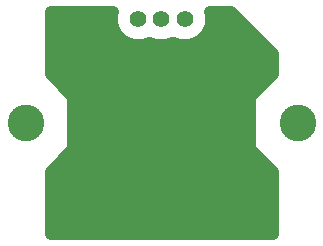
<source format=gbr>
G04 (created by PCBNEW (2013-may-18)-stable) date Вс 25 окт 2015 21:35:21*
%MOIN*%
G04 Gerber Fmt 3.4, Leading zero omitted, Abs format*
%FSLAX34Y34*%
G01*
G70*
G90*
G04 APERTURE LIST*
%ADD10C,0.00393701*%
%ADD11C,0.122047*%
%ADD12C,0.0551181*%
%ADD13C,0.0393701*%
G04 APERTURE END LIST*
G54D10*
G54D11*
X16060Y-10145D03*
X7005Y-10145D03*
G54D12*
X12303Y-6692D03*
X11515Y-6692D03*
X10728Y-6692D03*
G54D10*
G36*
X15243Y-13855D02*
X7822Y-13855D01*
X7822Y-11772D01*
X8579Y-11014D01*
X8579Y-9276D01*
X7822Y-8518D01*
X7822Y-6434D01*
X9897Y-6434D01*
X9862Y-6519D01*
X9862Y-6864D01*
X9993Y-7182D01*
X10237Y-7426D01*
X10555Y-7558D01*
X10899Y-7559D01*
X11122Y-7467D01*
X11342Y-7558D01*
X11687Y-7559D01*
X11909Y-7467D01*
X12130Y-7558D01*
X12474Y-7559D01*
X12793Y-7427D01*
X13037Y-7184D01*
X13169Y-6865D01*
X13169Y-6521D01*
X13133Y-6434D01*
X13834Y-6434D01*
X15243Y-7843D01*
X15243Y-8518D01*
X14485Y-9276D01*
X14485Y-11014D01*
X15243Y-11772D01*
X15243Y-13855D01*
X15243Y-13855D01*
G37*
G54D13*
X15243Y-13855D02*
X7822Y-13855D01*
X7822Y-11772D01*
X8579Y-11014D01*
X8579Y-9276D01*
X7822Y-8518D01*
X7822Y-6434D01*
X9897Y-6434D01*
X9862Y-6519D01*
X9862Y-6864D01*
X9993Y-7182D01*
X10237Y-7426D01*
X10555Y-7558D01*
X10899Y-7559D01*
X11122Y-7467D01*
X11342Y-7558D01*
X11687Y-7559D01*
X11909Y-7467D01*
X12130Y-7558D01*
X12474Y-7559D01*
X12793Y-7427D01*
X13037Y-7184D01*
X13169Y-6865D01*
X13169Y-6521D01*
X13133Y-6434D01*
X13834Y-6434D01*
X15243Y-7843D01*
X15243Y-8518D01*
X14485Y-9276D01*
X14485Y-11014D01*
X15243Y-11772D01*
X15243Y-13855D01*
M02*

</source>
